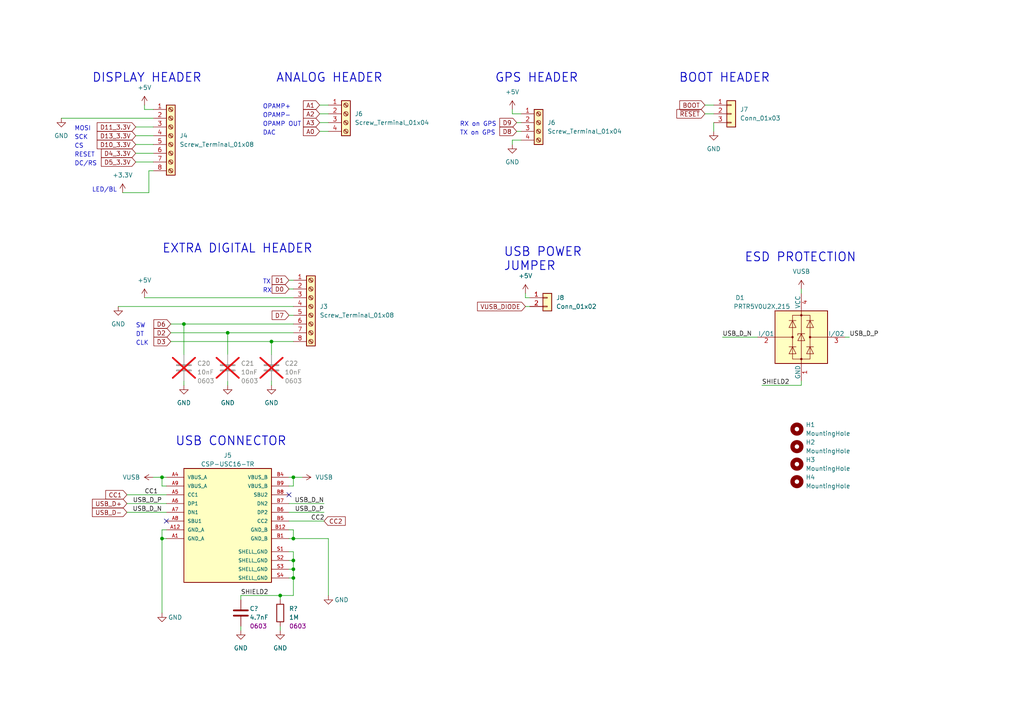
<source format=kicad_sch>
(kicad_sch (version 20230121) (generator eeschema)
  (paper "A4")
  (lib_symbols
    (symbol "CSP-USC16-TR:CSP-USC16-TR" (pin_names (offset 1.016))
      (property "Reference" "J5" (at 0 21.59 0))
      (property "Value" "CSP-USC16-TR" (at 0 19.05 0))
      (symbol "CSP-USC16-TR_0_0"
        (rectangle (start -12.7 15.24) (end 12.7 -17.78) (stroke (width 0.254)) (fill (type background)))
        (pin power_in line (at -17.78 -5.08 0) (length 5.08) (name "GND_A") (number "A1"))
        (pin power_in line (at -17.78 -2.54 0) (length 5.08) (name "GND_A") (number "A12"))
        (pin power_in line (at -17.78 12.7 0) (length 5.08) (name "VBUS_A") (number "A4"))
        (pin bidirectional line (at -17.78 7.62 0) (length 5.08) (name "CC1") (number "A5"))
        (pin bidirectional line (at -17.78 5.08 0) (length 5.08) (name "DP1") (number "A6"))
        (pin bidirectional line (at -17.78 2.54 0) (length 5.08) (name "DN1") (number "A7"))
        (pin bidirectional line (at -17.78 0 0) (length 5.08) (name "SBU1") (number "A8"))
        (pin power_in line (at -17.78 10.16 0) (length 5.08) (name "VBUS_A") (number "A9"))
        (pin power_in line (at 17.78 -5.08 180) (length 5.08) (name "GND_B") (number "B1"))
        (pin power_in line (at 17.78 -2.54 180) (length 5.08) (name "GND_B") (number "B12"))
        (pin power_in line (at 17.78 12.7 180) (length 5.08) (name "VBUS_B") (number "B4"))
        (pin bidirectional line (at 17.78 0 180) (length 5.08) (name "CC2") (number "B5"))
        (pin bidirectional line (at 17.78 2.54 180) (length 5.08) (name "DP2") (number "B6"))
        (pin bidirectional line (at 17.78 5.08 180) (length 5.08) (name "DN2") (number "B7"))
        (pin bidirectional line (at 17.78 7.62 180) (length 5.08) (name "SBU2") (number "B8"))
        (pin power_in line (at 17.78 10.16 180) (length 5.08) (name "VBUS_B") (number "B9"))
        (pin power_in line (at 17.78 -8.89 180) (length 5.08) (name "SHELL_GND") (number "S1"))
        (pin power_in line (at 17.78 -11.43 180) (length 5.08) (name "SHELL_GND") (number "S2"))
        (pin power_in line (at 17.78 -13.97 180) (length 5.08) (name "SHELL_GND") (number "S3"))
        (pin power_in line (at 17.78 -16.51 180) (length 5.08) (name "SHELL_GND") (number "S4"))
      )
    )
    (symbol "Connector:Screw_Terminal_01x04" (pin_names (offset 1.016) hide)
      (property "Reference" "J5" (at 2.54 0 0))
      (property "Value" "Screw_Terminal_01x04" (at 2.54 -2.54 0))
      (symbol "Screw_Terminal_01x04_1_1"
        (rectangle (start -1.27 3.81) (end 1.27 -6.35) (stroke (width 0.254)) (fill (type background)))
        (circle (center 0 -5.08) (radius 0.635) (stroke (width 0.1524)))
        (circle (center 0 -2.54) (radius 0.635) (stroke (width 0.1524)))
        (polyline (pts (xy -0.5334 -4.7498) (xy 0.3302 -5.588)) (stroke (width 0.1524)))
        (polyline (pts (xy -0.5334 -2.2098) (xy 0.3302 -3.048)) (stroke (width 0.1524)))
        (polyline (pts (xy -0.5334 0.3302) (xy 0.3302 -0.508)) (stroke (width 0.1524)))
        (polyline (pts (xy -0.5334 2.8702) (xy 0.3302 2.032)) (stroke (width 0.1524)))
        (polyline (pts (xy -0.3556 -4.572) (xy 0.508 -5.4102)) (stroke (width 0.1524)))
        (polyline (pts (xy -0.3556 -2.032) (xy 0.508 -2.8702)) (stroke (width 0.1524)))
        (polyline (pts (xy -0.3556 0.508) (xy 0.508 -0.3302)) (stroke (width 0.1524)))
        (polyline (pts (xy -0.3556 3.048) (xy 0.508 2.2098)) (stroke (width 0.1524)))
        (circle (center 0 0) (radius 0.635) (stroke (width 0.1524)))
        (circle (center 0 2.54) (radius 0.635) (stroke (width 0.1524)))
        (pin passive line (at -5.08 2.54 0) (length 3.81) (name "1") (number "1"))
        (pin passive line (at -5.08 0 0) (length 3.81) (name "2") (number "2"))
        (pin passive line (at -5.08 -2.54 0) (length 3.81) (name "3") (number "3"))
        (pin passive line (at -5.08 -5.08 0) (length 3.81) (name "4") (number "4"))
      )
    )
    (symbol "Connector:Screw_Terminal_01x08" (pin_names (offset 1.016) hide)
      (property "Reference" "J" (at 0 10.16 0))
      (property "Value" "Screw_Terminal_01x08" (at 0 -12.7 0))
      (symbol "Screw_Terminal_01x08_1_1"
        (rectangle (start -1.27 8.89) (end 1.27 -11.43) (stroke (width 0.254)) (fill (type background)))
        (circle (center 0 -10.16) (radius 0.635) (stroke (width 0.1524)))
        (circle (center 0 -7.62) (radius 0.635) (stroke (width 0.1524)))
        (circle (center 0 -5.08) (radius 0.635) (stroke (width 0.1524)))
        (circle (center 0 -2.54) (radius 0.635) (stroke (width 0.1524)))
        (polyline (pts (xy -0.5334 -9.8298) (xy 0.3302 -10.668)) (stroke (width 0.1524)))
        (polyline (pts (xy -0.5334 -7.2898) (xy 0.3302 -8.128)) (stroke (width 0.1524)))
        (polyline (pts (xy -0.5334 -4.7498) (xy 0.3302 -5.588)) (stroke (width 0.1524)))
        (polyline (pts (xy -0.5334 -2.2098) (xy 0.3302 -3.048)) (stroke (width 0.1524)))
        (polyline (pts (xy -0.5334 0.3302) (xy 0.3302 -0.508)) (stroke (width 0.1524)))
        (polyline (pts (xy -0.5334 2.8702) (xy 0.3302 2.032)) (stroke (width 0.1524)))
        (polyline (pts (xy -0.5334 5.4102) (xy 0.3302 4.572)) (stroke (width 0.1524)))
        (polyline (pts (xy -0.5334 7.9502) (xy 0.3302 7.112)) (stroke (width 0.1524)))
        (polyline (pts (xy -0.3556 -9.652) (xy 0.508 -10.4902)) (stroke (width 0.1524)))
        (polyline (pts (xy -0.3556 -7.112) (xy 0.508 -7.9502)) (stroke (width 0.1524)))
        (polyline (pts (xy -0.3556 -4.572) (xy 0.508 -5.4102)) (stroke (width 0.1524)))
        (polyline (pts (xy -0.3556 -2.032) (xy 0.508 -2.8702)) (stroke (width 0.1524)))
        (polyline (pts (xy -0.3556 0.508) (xy 0.508 -0.3302)) (stroke (width 0.1524)))
        (polyline (pts (xy -0.3556 3.048) (xy 0.508 2.2098)) (stroke (width 0.1524)))
        (polyline (pts (xy -0.3556 5.588) (xy 0.508 4.7498)) (stroke (width 0.1524)))
        (polyline (pts (xy -0.3556 8.128) (xy 0.508 7.2898)) (stroke (width 0.1524)))
        (circle (center 0 0) (radius 0.635) (stroke (width 0.1524)))
        (circle (center 0 2.54) (radius 0.635) (stroke (width 0.1524)))
        (circle (center 0 5.08) (radius 0.635) (stroke (width 0.1524)))
        (circle (center 0 7.62) (radius 0.635) (stroke (width 0.1524)))
        (pin passive line (at -5.08 7.62 0) (length 3.81) (name "Pin_1") (number "1"))
        (pin passive line (at -5.08 5.08 0) (length 3.81) (name "Pin_2") (number "2"))
        (pin passive line (at -5.08 2.54 0) (length 3.81) (name "Pin_3") (number "3"))
        (pin passive line (at -5.08 0 0) (length 3.81) (name "Pin_4") (number "4"))
        (pin passive line (at -5.08 -2.54 0) (length 3.81) (name "Pin_5") (number "5"))
        (pin passive line (at -5.08 -5.08 0) (length 3.81) (name "Pin_6") (number "6"))
        (pin passive line (at -5.08 -7.62 0) (length 3.81) (name "Pin_7") (number "7"))
        (pin passive line (at -5.08 -10.16 0) (length 3.81) (name "Pin_8") (number "8"))
      )
    )
    (symbol "Connector_Generic:Conn_01x02" (pin_names (offset 1.016) hide)
      (property "Reference" "J" (at 0 2.54 0))
      (property "Value" "Conn_01x02" (at 0 -5.08 0))
      (symbol "Conn_01x02_1_1"
        (rectangle (start -1.27 -2.413) (end 0 -2.667) (stroke (width 0.1524)))
        (rectangle (start -1.27 0.127) (end 0 -0.127) (stroke (width 0.1524)))
        (rectangle (start -1.27 1.27) (end 1.27 -3.81) (stroke (width 0.254)) (fill (type background)))
        (pin passive line (at -5.08 0 0) (length 3.81) (name "Pin_1") (number "1"))
        (pin passive line (at -5.08 -2.54 0) (length 3.81) (name "Pin_2") (number "2"))
      )
    )
    (symbol "Connector_Generic:Conn_01x03" (pin_names (offset 1.016) hide)
      (property "Reference" "J" (at 0 5.08 0))
      (property "Value" "Conn_01x03" (at 0 -5.08 0))
      (symbol "Conn_01x03_1_1"
        (rectangle (start -1.27 -2.413) (end 0 -2.667) (stroke (width 0.1524)))
        (rectangle (start -1.27 0.127) (end 0 -0.127) (stroke (width 0.1524)))
        (rectangle (start -1.27 2.667) (end 0 2.413) (stroke (width 0.1524)))
        (rectangle (start -1.27 3.81) (end 1.27 -3.81) (stroke (width 0.254)) (fill (type background)))
        (pin passive line (at -5.08 2.54 0) (length 3.81) (name "Pin_1") (number "1"))
        (pin passive line (at -5.08 0 0) (length 3.81) (name "Pin_2") (number "2"))
        (pin passive line (at -5.08 -2.54 0) (length 3.81) (name "Pin_3") (number "3"))
      )
    )
    (symbol "Device:C" (pin_numbers hide) (pin_names (offset 0.254))
      (property "Reference" "C" (at 0.635 2.54 0))
      (property "Value" "C" (at 0.635 -2.54 0))
      (symbol "C_0_1"
        (polyline (pts (xy -2.032 -0.762) (xy 2.032 -0.762)) (stroke (width 0.508)))
        (polyline (pts (xy -2.032 0.762) (xy 2.032 0.762)) (stroke (width 0.508)))
      )
      (symbol "C_1_1"
        (pin passive line (at 0 3.81 270) (length 2.794) (name "~") (number "1"))
        (pin passive line (at 0 -3.81 90) (length 2.794) (name "~") (number "2"))
      )
    )
    (symbol "Device:R" (pin_numbers hide) (pin_names (offset 0))
      (property "Reference" "R" (at 2.032 0 90))
      (property "Value" "R" (at 0 0 90))
      (symbol "R_0_1"
        (rectangle (start -1.016 -2.54) (end 1.016 2.54) (stroke (width 0.254)))
      )
      (symbol "R_1_1"
        (pin passive line (at 0 3.81 270) (length 1.27) (name "~") (number "1"))
        (pin passive line (at 0 -3.81 90) (length 1.27) (name "~") (number "2"))
      )
    )
    (symbol "Mechanical:MountingHole" (pin_names (offset 1.016))
      (property "Reference" "H" (at 0 5.08 0))
      (property "Value" "MountingHole" (at 0 3.175 0))
      (symbol "MountingHole_0_1"
        (circle (center 0 0) (radius 1.27) (stroke (width 1.27)))
      )
    )
    (symbol "Power_Protection:PRTR5V0U2X" (pin_names (offset 0))
      (property "Reference" "D" (at 2.794 8.636 0))
      (property "Value" "PRTR5V0U2X" (at 8.128 -9.398 0))
      (symbol "PRTR5V0U2X_0_1"
        (rectangle (start -7.62 -7.62) (end 7.62 7.62) (stroke (width 0.254)) (fill (type background)))
        (circle (center -2.54 0) (radius 0.254) (fill (type outline)))
        (rectangle (start -2.54 6.35) (end 2.54 -6.35))
        (circle (center 0 -6.35) (radius 0.254) (fill (type outline)))
        (polyline (pts (xy -2.54 0) (xy -7.62 0)))
        (polyline (pts (xy -1.524 -2.794) (xy -3.556 -2.794)))
        (polyline (pts (xy -1.524 4.826) (xy -3.556 4.826)))
        (polyline (pts (xy 0 -7.62) (xy 0 7.62)))
        (polyline (pts (xy 1.524 -2.794) (xy 3.556 -2.794)))
        (polyline (pts (xy 1.524 4.826) (xy 3.556 4.826)))
        (polyline (pts (xy 2.54 0) (xy 7.62 0)))
        (polyline (pts (xy 1.016 1.016) (xy -1.016 1.016) (xy -1.016 0.508)))
        (polyline (pts (xy -3.556 -4.826) (xy -1.524 -4.826) (xy -2.54 -2.794) (xy -3.556 -4.826)))
        (polyline (pts (xy -3.556 2.794) (xy -1.524 2.794) (xy -2.54 4.826) (xy -3.556 2.794)))
        (polyline (pts (xy -1.016 -1.016) (xy 1.016 -1.016) (xy 0 1.016) (xy -1.016 -1.016)))
        (polyline (pts (xy 3.556 -4.826) (xy 1.524 -4.826) (xy 2.54 -2.794) (xy 3.556 -4.826)))
        (polyline (pts (xy 3.556 2.794) (xy 1.524 2.794) (xy 2.54 4.826) (xy 3.556 2.794)))
        (circle (center 0 6.35) (radius 0.254) (fill (type outline)))
        (circle (center 2.54 0) (radius 0.254) (fill (type outline)))
      )
      (symbol "PRTR5V0U2X_1_1"
        (pin passive line (at 0 -12.7 90) (length 5.08) (name "GND") (number "1"))
        (pin passive line (at -12.7 0 0) (length 5.08) (name "I/O1") (number "2"))
        (pin passive line (at 12.7 0 180) (length 5.08) (name "I/O2") (number "3"))
        (pin passive line (at 0 12.7 270) (length 5.08) (name "VCC") (number "4"))
      )
    )
    (symbol "VUSB:VUSB" (power) (in_bom no) (on_board no)
      (property "Value" "VUSB" (at 6.35 -1.27 0))
      (symbol "VUSB_0_1"
        (polyline (pts (xy 5.588 -5.08) (xy 6.35 -3.81)))
        (polyline (pts (xy 6.35 -6.35) (xy 6.35 -3.81)))
        (polyline (pts (xy 6.35 -3.81) (xy 7.112 -5.08)))
      )
      (symbol "VUSB_1_1"
        (pin power_in line (at 6.35 -6.35 90) (length 0) hide (name "VUSB") (number "1"))
      )
    )
    (symbol "power:+3.3V" (power) (pin_names (offset 0))
      (property "Value" "+3.3V" (at 0 3.556 0))
      (symbol "+3.3V_0_1"
        (polyline (pts (xy -0.762 1.27) (xy 0 2.54)))
        (polyline (pts (xy 0 0) (xy 0 2.54)))
        (polyline (pts (xy 0 2.54) (xy 0.762 1.27)))
      )
      (symbol "+3.3V_1_1"
        (pin power_in line (at 0 0 90) (length 0) hide (name "+3.3V") (number "1"))
      )
    )
    (symbol "power:+5V" (power) (pin_names (offset 0))
      (property "Value" "+5V" (at 0 3.556 0))
      (symbol "+5V_0_1"
        (polyline (pts (xy -0.762 1.27) (xy 0 2.54)))
        (polyline (pts (xy 0 0) (xy 0 2.54)))
        (polyline (pts (xy 0 2.54) (xy 0.762 1.27)))
      )
      (symbol "+5V_1_1"
        (pin power_in line (at 0 0 90) (length 0) hide (name "+5V") (number "1"))
      )
    )
    (symbol "power:GND" (power) (pin_names (offset 0))
      (property "Value" "GND" (at 0 -3.81 0))
      (symbol "GND_0_1"
        (polyline (pts (xy 0 0) (xy 0 -1.27) (xy 1.27 -1.27) (xy 0 -2.54) (xy -1.27 -1.27) (xy 0 -1.27)))
      )
      (symbol "GND_1_1"
        (pin power_in line (at 0 0 270) (length 0) hide (name "GND") (number "1"))
      )
    )
  )
  (junction (at 46.99 156.21))
  (junction (at 81.28 172.72))
  (junction (at 85.09 162.56))
  (junction (at 53.34 93.98))
  (junction (at 46.99 138.43))
  (junction (at 85.09 167.64))
  (junction (at 85.09 156.21))
  (junction (at 85.09 165.1))
  (junction (at 78.74 99.06))
  (junction (at 85.09 138.43))
  (junction (at 66.04 96.52))
  (no_connect (at 83.82 143.51))
  (no_connect (at 48.26 151.13))
  (wire (pts (xy 39.37 39.37) (xy 44.45 39.37)))
  (wire (pts (xy 39.37 36.83) (xy 44.45 36.83)))
  (wire (pts (xy 53.34 93.98) (xy 85.09 93.98)))
  (wire (pts (xy 151.13 33.02) (xy 148.59 33.02)))
  (wire (pts (xy 66.04 110.49) (xy 66.04 111.76)))
  (wire (pts (xy 66.04 96.52) (xy 66.04 102.87)))
  (wire (pts (xy 81.28 181.61) (xy 81.28 182.88)))
  (wire (pts (xy 41.91 86.36) (xy 85.09 86.36)))
  (wire (pts (xy 46.99 156.21) (xy 48.26 156.21)))
  (wire (pts (xy 39.37 46.99) (xy 44.45 46.99)))
  (wire (pts (xy 69.85 172.72) (xy 69.85 173.99)))
  (wire (pts (xy 85.09 160.02) (xy 85.09 162.56)))
  (wire (pts (xy 53.34 93.98) (xy 53.34 102.87)))
  (wire (pts (xy 48.26 140.97) (xy 46.99 140.97)))
  (wire (pts (xy 85.09 140.97) (xy 85.09 138.43)))
  (wire (pts (xy 46.99 140.97) (xy 46.99 138.43)))
  (wire (pts (xy 48.26 146.05) (xy 36.83 146.05)))
  (wire (pts (xy 46.99 153.67) (xy 46.99 156.21)))
  (wire (pts (xy 66.04 96.52) (xy 85.09 96.52)))
  (wire (pts (xy 245.11 97.79) (xy 246.38 97.79)))
  (wire (pts (xy 207.01 35.56) (xy 207.01 38.1)))
  (wire (pts (xy 41.91 31.75) (xy 41.91 30.48)))
  (wire (pts (xy 78.74 110.49) (xy 78.74 111.76)))
  (wire (pts (xy 49.53 96.52) (xy 66.04 96.52)))
  (wire (pts (xy 81.28 172.72) (xy 69.85 172.72)))
  (wire (pts (xy 78.74 99.06) (xy 78.74 102.87)))
  (wire (pts (xy 93.98 146.05) (xy 83.82 146.05)))
  (wire (pts (xy 232.41 83.82) (xy 232.41 85.09)))
  (wire (pts (xy 148.59 33.02) (xy 148.59 31.75)))
  (wire (pts (xy 83.82 165.1) (xy 85.09 165.1)))
  (wire (pts (xy 53.34 110.49) (xy 53.34 111.76)))
  (wire (pts (xy 83.82 160.02) (xy 85.09 160.02)))
  (wire (pts (xy 83.82 167.64) (xy 85.09 167.64)))
  (wire (pts (xy 232.41 110.49) (xy 232.41 111.76)))
  (wire (pts (xy 152.4 88.9) (xy 153.67 88.9)))
  (wire (pts (xy 209.55 97.79) (xy 219.71 97.79)))
  (wire (pts (xy 92.71 38.1) (xy 95.25 38.1)))
  (wire (pts (xy 85.09 162.56) (xy 85.09 165.1)))
  (wire (pts (xy 85.09 153.67) (xy 85.09 156.21)))
  (wire (pts (xy 92.71 33.02) (xy 95.25 33.02)))
  (wire (pts (xy 93.98 148.59) (xy 83.82 148.59)))
  (wire (pts (xy 46.99 138.43) (xy 48.26 138.43)))
  (wire (pts (xy 44.45 138.43) (xy 46.99 138.43)))
  (wire (pts (xy 35.56 55.88) (xy 43.18 55.88)))
  (wire (pts (xy 83.82 138.43) (xy 85.09 138.43)))
  (wire (pts (xy 204.47 30.48) (xy 207.01 30.48)))
  (wire (pts (xy 48.26 148.59) (xy 36.83 148.59)))
  (wire (pts (xy 83.82 153.67) (xy 85.09 153.67)))
  (wire (pts (xy 85.09 165.1) (xy 85.09 167.64)))
  (wire (pts (xy 220.98 111.76) (xy 232.41 111.76)))
  (wire (pts (xy 39.37 44.45) (xy 44.45 44.45)))
  (wire (pts (xy 85.09 172.72) (xy 85.09 167.64)))
  (wire (pts (xy 207.01 33.02) (xy 204.47 33.02)))
  (wire (pts (xy 83.82 162.56) (xy 85.09 162.56)))
  (wire (pts (xy 153.67 86.36) (xy 152.4 86.36)))
  (wire (pts (xy 83.82 156.21) (xy 85.09 156.21)))
  (wire (pts (xy 148.59 40.64) (xy 148.59 41.91)))
  (wire (pts (xy 49.53 93.98) (xy 53.34 93.98)))
  (wire (pts (xy 34.29 88.9) (xy 85.09 88.9)))
  (wire (pts (xy 95.25 156.21) (xy 95.25 172.72)))
  (wire (pts (xy 78.74 99.06) (xy 85.09 99.06)))
  (wire (pts (xy 81.28 172.72) (xy 81.28 173.99)))
  (wire (pts (xy 83.82 81.28) (xy 85.09 81.28)))
  (wire (pts (xy 83.82 91.44) (xy 85.09 91.44)))
  (wire (pts (xy 17.78 34.29) (xy 44.45 34.29)))
  (wire (pts (xy 43.18 55.88) (xy 43.18 49.53)))
  (wire (pts (xy 83.82 140.97) (xy 85.09 140.97)))
  (wire (pts (xy 46.99 156.21) (xy 46.99 177.8)))
  (wire (pts (xy 36.83 143.51) (xy 48.26 143.51)))
  (wire (pts (xy 46.99 153.67) (xy 48.26 153.67)))
  (wire (pts (xy 39.37 41.91) (xy 44.45 41.91)))
  (wire (pts (xy 149.86 35.56) (xy 151.13 35.56)))
  (wire (pts (xy 43.18 49.53) (xy 44.45 49.53)))
  (wire (pts (xy 83.82 151.13) (xy 93.98 151.13)))
  (wire (pts (xy 92.71 30.48) (xy 95.25 30.48)))
  (wire (pts (xy 44.45 31.75) (xy 41.91 31.75)))
  (wire (pts (xy 149.86 38.1) (xy 151.13 38.1)))
  (wire (pts (xy 152.4 86.36) (xy 152.4 85.09)))
  (wire (pts (xy 49.53 99.06) (xy 78.74 99.06)))
  (wire (pts (xy 151.13 40.64) (xy 148.59 40.64)))
  (wire (pts (xy 81.28 172.72) (xy 85.09 172.72)))
  (wire (pts (xy 83.82 83.82) (xy 85.09 83.82)))
  (wire (pts (xy 92.71 35.56) (xy 95.25 35.56)))
  (wire (pts (xy 69.85 181.61) (xy 69.85 182.88)))
  (wire (pts (xy 85.09 156.21) (xy 95.25 156.21)))
  (wire (pts (xy 85.09 138.43) (xy 87.63 138.43)))
  (text "DC/RS\n" (at 21.59 48.26 0) (effects (font (size 1.27 1.27)) (justify left bottom)))
  (text "USB CONNECTOR\n" (at 50.8 129.54 0) (effects (font (size 2.54 2.54) (thickness 0.254) bold) (justify left bottom)))
  (text "RX" (at 76.2 85.09 0) (effects (font (size 1.27 1.27)) (justify left bottom)))
  (text "TX on GPS" (at 133.35 39.37 0) (effects (font (size 1.27 1.27)) (justify left bottom)))
  (text "DISPLAY HEADER" (at 26.67 24.13 0) (effects (font (size 2.54 2.54) (thickness 0.254) bold) (justify left bottom)))
  (text "DT" (at 39.37 97.79 0) (effects (font (size 1.27 1.27)) (justify left bottom)))
  (text "RX on GPS" (at 133.35 36.83 0) (effects (font (size 1.27 1.27)) (justify left bottom)))
  (text "GPS HEADER" (at 143.51 24.13 0) (effects (font (size 2.54 2.54) (thickness 0.254) bold) (justify left bottom)))
  (text "RESET" (at 21.59 45.72 0) (effects (font (size 1.27 1.27)) (justify left bottom)))
  (text "DAC\n" (at 76.2 39.37 0) (effects (font (size 1.27 1.27)) (justify left bottom)))
  (text "USB POWER\nJUMPER\n" (at 146.05 78.74 0) (effects (font (size 2.54 2.54) (thickness 0.254) bold) (justify left bottom)))
  (text "BOOT HEADER" (at 196.85 24.13 0) (effects (font (size 2.54 2.54) (thickness 0.254) bold) (justify left bottom)))
  (text "SCK\n" (at 21.59 40.64 0) (effects (font (size 1.27 1.27)) (justify left bottom)))
  (text "CLK" (at 39.37 100.33 0) (effects (font (size 1.27 1.27)) (justify left bottom)))
  (text "ANALOG HEADER" (at 80.01 24.13 0) (effects (font (size 2.54 2.54) (thickness 0.254) bold) (justify left bottom)))
  (text "OPAMP-\n" (at 76.2 34.29 0) (effects (font (size 1.27 1.27)) (justify left bottom)))
  (text "TX" (at 76.2 82.55 0) (effects (font (size 1.27 1.27)) (justify left bottom)))
  (text "CS" (at 21.59 43.18 0) (effects (font (size 1.27 1.27)) (justify left bottom)))
  (text "EXTRA DIGITAL HEADER" (at 46.99 73.66 0) (effects (font (size 2.54 2.54) (thickness 0.254) bold) (justify left bottom)))
  (text "ESD PROTECTION" (at 215.9 76.2 0) (effects (font (size 2.54 2.54) (thickness 0.254) bold) (justify left bottom)))
  (text "MOSI" (at 21.59 38.1 0) (effects (font (size 1.27 1.27)) (justify left bottom)))
  (text "OPAMP OUT\n" (at 76.2 36.83 0) (effects (font (size 1.27 1.27)) (justify left bottom)))
  (text "OPAMP+\n" (at 76.2 31.75 0) (effects (font (size 1.27 1.27)) (justify left bottom)))
  (text "LED/BL\n" (at 26.67 55.88 0) (effects (font (size 1.27 1.27)) (justify left bottom)))
  (text "SW" (at 39.37 95.25 0) (effects (font (size 1.27 1.27)) (justify left bottom)))
  (label "USB_D_N" (at 209.55 97.79 0))
  (label "USB_D_P" (at 93.98 148.59 180))
  (label "USB_D_P" (at 246.38 97.79 0))
  (label "USB_D_N" (at 46.99 148.59 180))
  (label "CC2" (at 90.17 151.13 0))
  (label "USB_D_N" (at 93.98 146.05 180))
  (label "SHIELD2" (at 69.85 172.72 0))
  (label "USB_D_P" (at 46.99 146.05 180))
  (label "SHIELD2" (at 220.98 111.76 0))
  (label "CC1" (at 41.91 143.51 0))
  (global_label "D7" (shape input) (at 83.82 91.44 180) (property "Intersheetrefs" "${INTERSHEET_REFS}" (effects hide)))
  (global_label "D9" (shape input) (at 149.86 35.56 180) (property "Intersheetrefs" "${INTERSHEET_REFS}" (effects hide)))
  (global_label "D2" (shape input) (at 49.53 96.52 180) (property "Intersheetrefs" "${INTERSHEET_REFS}" (effects hide)))
  (global_label "D8" (shape input) (at 149.86 38.1 180) (property "Intersheetrefs" "${INTERSHEET_REFS}" (effects hide)))
  (global_label "A2" (shape input) (at 92.71 33.02 180) (property "Intersheetrefs" "${INTERSHEET_REFS}" (effects hide)))
  (global_label "~{RESET}" (shape input) (at 204.47 33.02 180) (property "Intersheetrefs" "${INTERSHEET_REFS}" (effects hide)))
  (global_label "D6" (shape input) (at 49.53 93.98 180) (property "Intersheetrefs" "${INTERSHEET_REFS}" (effects hide)))
  (global_label "USB_D-" (shape input) (at 36.83 148.59 180) (property "Intersheetrefs" "${INTERSHEET_REFS}" (effects hide)))
  (global_label "CC1" (shape input) (at 36.83 143.51 180) (property "Intersheetrefs" "${INTERSHEET_REFS}" (effects hide)))
  (global_label "CC2" (shape input) (at 93.98 151.13 0) (property "Intersheetrefs" "${INTERSHEET_REFS}" (effects hide)))
  (global_label "D3" (shape input) (at 49.53 99.06 180) (property "Intersheetrefs" "${INTERSHEET_REFS}" (effects hide)))
  (global_label "BOOT" (shape input) (at 204.47 30.48 180) (property "Intersheetrefs" "${INTERSHEET_REFS}" (effects hide)))
  (global_label "D13_3.3V" (shape input) (at 39.37 39.37 180) (property "Intersheetrefs" "${INTERSHEET_REFS}" (effects hide)))
  (global_label "D10_3.3V" (shape input) (at 39.37 41.91 180) (property "Intersheetrefs" "${INTERSHEET_REFS}" (effects hide)))
  (global_label "D4_3.3V" (shape input) (at 39.37 44.45 180) (property "Intersheetrefs" "${INTERSHEET_REFS}" (effects hide)))
  (global_label "VUSB_DIODE" (shape input) (at 152.4 88.9 180) (property "Intersheetrefs" "${INTERSHEET_REFS}" (effects hide)))
  (global_label "D5_3.3V" (shape input) (at 39.37 46.99 180) (property "Intersheetrefs" "${INTERSHEET_REFS}" (effects hide)))
  (global_label "D1" (shape input) (at 83.82 81.28 180) (property "Intersheetrefs" "${INTERSHEET_REFS}" (effects hide)))
  (global_label "A3" (shape input) (at 92.71 35.56 180) (property "Intersheetrefs" "${INTERSHEET_REFS}" (effects hide)))
  (global_label "D0" (shape input) (at 83.82 83.82 180) (property "Intersheetrefs" "${INTERSHEET_REFS}" (effects hide)))
  (global_label "D11_3.3V" (shape input) (at 39.37 36.83 180) (property "Intersheetrefs" "${INTERSHEET_REFS}" (effects hide)))
  (global_label "A1" (shape input) (at 92.71 30.48 180) (property "Intersheetrefs" "${INTERSHEET_REFS}" (effects hide)))
  (global_label "USB_D+" (shape input) (at 36.83 146.05 180) (property "Intersheetrefs" "${INTERSHEET_REFS}" (effects hide)))
  (global_label "A0" (shape input) (at 92.71 38.1 180) (property "Intersheetrefs" "${INTERSHEET_REFS}" (effects hide)))
  (symbol (lib_id "power:GND") (at 34.29 88.9 0) (unit 1)
    (property "Reference" "#PWR062" (effects hide))
    (property "Value" "GND" (at 34.29 93.98 0))
    (instances (project "central_hub" (path "" (reference "#PWR062") (unit 1)) (path "" (reference "#PWR0122") (unit 1)) (path "" (reference "#PWR065") (unit 1))))
  )
  (symbol (lib_id "Mechanical:MountingHole") (at 231.14 134.62 0) (unit 1)
    (property "Reference" "H3" (at 233.68 133.35 0) (effects (justify left)))
    (property "Value" "MountingHole" (at 233.68 135.89 0) (effects (justify left)))
    (property "Footprint" "MountingHole:MountingHole_3mm" (effects hide))
  )
  (symbol (lib_id "power:+5V") (at 152.4 85.09 0) (unit 1)
    (property "Reference" "#PWR?" (effects hide))
    (property "Value" "+5V" (at 152.4 80.01 0))
    (instances (project "central_hub" (path "" (reference "#PWR?") (unit 1)) (path "" (reference "#PWR078") (unit 1))) (project "motor_board_pcb" (path "" (reference "#PWR?") (unit 1)) (path "" (reference "#PWR088") (unit 1))) (project "LocalDesign" (path "" (reference "#PWR?") (unit 1))))
  )
  (symbol (lib_id "power:+5V") (at 41.91 30.48 0) (unit 1)
    (property "Reference" "#PWR061" (effects hide))
    (property "Value" "+5V" (at 41.91 25.4 0))
    (instances (project "central_hub" (path "" (reference "#PWR061") (unit 1)) (path "" (reference "#PWR0121") (unit 1)) (path "" (reference "#PWR067") (unit 1))))
  )
  (symbol (lib_id "Connector:Screw_Terminal_01x08") (at 49.53 39.37 0) (unit 1)
    (property "Reference" "J4" (at 52.07 39.37 0) (effects (justify left)))
    (property "Value" "Screw_Terminal_01x08" (at 52.07 41.91 0) (effects (justify left)))
    (property "Footprint" "Connector_PinHeader_2.54mm:PinHeader_1x08_P2.54mm_Vertical" (effects hide))
  )
  (symbol (lib_id "power:GND") (at 95.25 172.72 0) (unit 1)
    (property "Reference" "#PWR?" (effects hide))
    (property "Value" "GND" (at 99.06 173.99 0))
    (instances (project "central_hub" (path "" (reference "#PWR?") (unit 1)) (path "" (reference "#PWR?") (unit 1)) (path "" (reference "#PWR063") (unit 1))) (project "motor_board_pcb" (path "" (reference "#PWR093") (unit 1))))
  )
  (symbol (lib_id "VUSB:VUSB") (at 93.98 132.08 270) (unit 1) (in_bom no) (on_board no)
    (property "Reference" "#PWR?" (effects hide))
    (property "Value" "VUSB" (at 91.44 138.43 90) (effects (justify left)))
    (instances (project "central_hub" (path "" (reference "#PWR?") (unit 1)) (path "" (reference "#PWR?") (unit 1)) (path "" (reference "#PWR066") (unit 1))) (project "motor_board_pcb" (path "" (reference "#PWR071") (unit 1))))
  )
  (symbol (lib_id "Device:C") (at 53.34 106.68 0) (unit 1) (dnp yes)
    (property "Reference" "C20" (at 57.15 105.41 0) (effects (justify left)))
    (property "Value" "10nF" (at 57.15 107.95 0) (effects (justify left)))
    (property "Footprint" "Capacitor_SMD:C_0603_1608Metric" (effects hide))
    (property "FP" "0603" (at 59.69 110.49 0))
  )
  (symbol (lib_id "Mechanical:MountingHole") (at 231.14 124.46 0) (unit 1)
    (property "Reference" "H1" (at 233.68 123.19 0) (effects (justify left)))
    (property "Value" "MountingHole" (at 233.68 125.73 0) (effects (justify left)))
    (property "Footprint" "MountingHole:MountingHole_3mm" (effects hide))
  )
  (symbol (lib_id "Connector_Generic:Conn_01x02") (at 158.75 86.36 0) (unit 1)
    (property "Reference" "J8" (at 161.29 86.36 0) (effects (justify left)))
    (property "Value" "Conn_01x02" (at 161.29 88.9 0) (effects (justify left)))
    (property "Footprint" "Connector_PinHeader_2.54mm:PinHeader_1x02_P2.54mm_Vertical" (effects hide))
  )
  (symbol (lib_id "Connector:Screw_Terminal_01x04") (at 100.33 33.02 0) (unit 1)
    (property "Reference" "J6" (at 102.87 33.02 0) (effects (justify left)))
    (property "Value" "Screw_Terminal_01x04" (at 102.87 35.56 0) (effects (justify left)))
    (property "Footprint" "Connector_PinHeader_2.54mm:PinHeader_1x04_P2.54mm_Vertical" (effects hide))
    (instances (project "central_hub" (path "" (reference "J6") (unit 1)) (path "" (reference "J14") (unit 1)) (path "" (reference "J6") (unit 1))))
  )
  (symbol (lib_id "Power_Protection:PRTR5V0U2X") (at 232.41 97.79 0) (unit 1)
    (property "Reference" "D1" (at 214.63 86.36 0))
    (property "Value" "PRTR5V0U2X,215" (at 220.98 88.9 0))
    (property "Footprint" "Package_TO_SOT_SMD:SOT-143" (effects hide))
    (property "Datasheet" "https://assets.nexperia.com/documents/data-sheet/PRTR5V0U2X.pdf" (effects hide))
    (instances (project "central_hub" (path "" (reference "D1") (unit 1)) (path "" (reference "D8") (unit 1)) (path "" (reference "D11") (unit 1))))
  )
  (symbol (lib_id "power:GND") (at 81.28 182.88 0) (unit 1)
    (property "Reference" "#PWR?" (effects hide))
    (property "Value" "GND" (at 81.28 187.96 0))
    (instances (project "central_hub" (path "" (reference "#PWR?") (unit 1)) (path "" (reference "#PWR?") (unit 1)) (path "" (reference "#PWR062") (unit 1))) (project "motor_board_pcb" (path "" (reference "#PWR070") (unit 1))))
  )
  (symbol (lib_id "Mechanical:MountingHole") (at 231.14 129.54 0) (unit 1)
    (property "Reference" "H2" (at 233.68 128.27 0) (effects (justify left)))
    (property "Value" "MountingHole" (at 233.68 130.81 0) (effects (justify left)))
    (property "Footprint" "MountingHole:MountingHole_3mm" (effects hide))
  )
  (symbol (lib_id "Device:C") (at 66.04 106.68 0) (unit 1) (dnp yes)
    (property "Reference" "C21" (at 69.85 105.41 0) (effects (justify left)))
    (property "Value" "10nF" (at 69.85 107.95 0) (effects (justify left)))
    (property "Footprint" "Capacitor_SMD:C_0603_1608Metric" (effects hide))
    (property "FP" "0603" (at 72.39 110.49 0))
  )
  (symbol (lib_id "Device:C") (at 78.74 106.68 0) (unit 1) (dnp yes)
    (property "Reference" "C22" (at 82.55 105.41 0) (effects (justify left)))
    (property "Value" "10nF" (at 82.55 107.95 0) (effects (justify left)))
    (property "Footprint" "Capacitor_SMD:C_0603_1608Metric" (effects hide))
    (property "FP" "0603" (at 85.09 110.49 0))
  )
  (symbol (lib_id "power:GND") (at 148.59 41.91 0) (unit 1)
    (property "Reference" "#PWR056" (effects hide))
    (property "Value" "GND" (at 148.59 46.99 0))
    (instances (project "central_hub" (path "" (reference "#PWR056") (unit 1)) (path "" (reference "#PWR0133") (unit 1)) (path "" (reference "#PWR080") (unit 1))))
  )
  (symbol (lib_id "VUSB:VUSB") (at 38.1 144.78 90) (unit 1) (in_bom no) (on_board no)
    (property "Reference" "#PWR?" (effects hide))
    (property "Value" "VUSB" (at 40.64 138.43 90) (effects (justify left)))
    (instances (project "central_hub" (path "" (reference "#PWR?") (unit 1)) (path "" (reference "#PWR?") (unit 1)) (path "" (reference "#PWR059") (unit 1))) (project "motor_board_pcb" (path "" (reference "#PWR084") (unit 1))))
  )
  (symbol (lib_id "Connector:Screw_Terminal_01x08") (at 90.17 88.9 0) (unit 1)
    (property "Reference" "J3" (at 92.71 88.9 0) (effects (justify left)))
    (property "Value" "Screw_Terminal_01x08" (at 92.71 91.44 0) (effects (justify left)))
    (property "Footprint" "Connector_PinHeader_2.54mm:PinHeader_1x08_P2.54mm_Vertical" (effects hide))
  )
  (symbol (lib_id "Device:R") (at 81.28 177.8 0) (unit 1)
    (property "Reference" "R?" (at 83.82 176.53 0) (effects (justify left)))
    (property "Value" "1M" (at 83.82 179.07 0) (effects (justify left)))
    (property "Footprint" "Resistor_SMD:R_0603_1608Metric" (effects hide))
    (property "FP" "0603" (at 86.36 181.61 0))
    (instances (project "central_hub" (path "" (reference "R?") (unit 1)) (path "" (reference "R?") (unit 1)) (path "" (reference "R21") (unit 1))) (project "motor_board_pcb" (path "" (reference "R30") (unit 1))))
  )
  (symbol (lib_id "power:GND") (at 69.85 182.88 0) (unit 1)
    (property "Reference" "#PWR?" (effects hide))
    (property "Value" "GND" (at 69.85 187.96 0))
    (instances (project "central_hub" (path "" (reference "#PWR?") (unit 1)) (path "" (reference "#PWR?") (unit 1)) (path "" (reference "#PWR061") (unit 1))) (project "motor_board_pcb" (path "" (reference "#PWR069") (unit 1))))
  )
  (symbol (lib_id "Connector_Generic:Conn_01x03") (at 212.09 33.02 0) (unit 1)
    (property "Reference" "J7" (at 214.63 31.75 0) (effects (justify left)))
    (property "Value" "Conn_01x03" (at 214.63 34.29 0) (effects (justify left)))
    (property "Footprint" "Connector_PinHeader_2.54mm:PinHeader_1x03_P2.54mm_Vertical" (effects hide))
  )
  (symbol (lib_id "power:+5V") (at 148.59 31.75 0) (unit 1)
    (property "Reference" "#PWR055" (effects hide))
    (property "Value" "+5V" (at 148.59 26.67 0))
    (instances (project "central_hub" (path "" (reference "#PWR055") (unit 1)) (path "" (reference "#PWR0132") (unit 1)) (path "" (reference "#PWR079") (unit 1))))
  )
  (symbol (lib_id "CSP-USC16-TR:CSP-USC16-TR") (at 66.04 151.13 0) (unit 1)
    (property "Reference" "J5" (at 66.04 132.08 0))
    (property "Value" "CSP-USC16-TR" (at 66.04 134.62 0))
    (property "Footprint" "~ALL:VALCON_CSP-USC16-TR" (effects hide))
    (property "MF" "Valcon" (effects hide))
    (property "MAXIMUM_PACKAGE_HEIGHT" "3.26 mm" (effects hide))
    (property "Package" "None" (effects hide))
    (property "Price" "None" (effects hide))
    (property "Check_prices" "https://www.snapeda.com/parts/CSP-USC16-TR/Valcon/view-part/?ref=eda" (effects hide))
    (property "STANDARD" "Manufacturer Recommendations" (effects hide))
    (property "PARTREV" "A0" (effects hide))
    (property "SnapEDA_Link" "https://www.snapeda.com/parts/CSP-USC16-TR/Valcon/view-part/?ref=snap" (effects hide))
    (property "MP" "CSP-USC16-TR" (effects hide))
    (property "Purchase-URL" "https://www.snapeda.com/api/url_track_click_mouser/?unipart_id=4783629&manufacturer=Valcon&part_name=CSP-USC16-TR&search_term=usb-c" (effects hide))
    (property "Description" "\nCSP-USC16-TR Valcon USB Type C Surface Mount PCB Socket\n" (effects hide))
    (property "Availability" "In Stock" (effects hide))
    (property "MANUFACTURER" "Valcon" (effects hide))
    (instances (project "central_hub" (path "" (reference "J5") (unit 1))) (project "motor_board_pcb" (path "" (reference "J11") (unit 1))))
  )
  (symbol (lib_id "Device:C") (at 69.85 177.8 180) (unit 1)
    (property "Reference" "C?" (at 72.39 176.53 0) (effects (justify right)))
    (property "Value" "4.7nF" (at 72.39 179.07 0) (effects (justify right)))
    (property "Footprint" "Capacitor_SMD:C_0603_1608Metric" (effects hide))
    (property "Voltage" "1kV" (effects hide))
    (property "FP" "0603" (at 74.93 181.61 0))
    (instances (project "central_hub" (path "" (reference "C?") (unit 1)) (path "" (reference "C?") (unit 1)) (path "" (reference "C23") (unit 1))) (project "motor_board_pcb" (path "" (reference "C31") (unit 1))))
  )
  (symbol (lib_id "power:+3.3V") (at 35.56 55.88 0) (unit 1)
    (property "Reference" "#PWR053" (effects hide))
    (property "Value" "+3.3V" (at 35.56 50.8 0))
    (instances (project "central_hub" (path "" (reference "#PWR053") (unit 1)) (path "" (reference "#PWR071") (unit 1)) (path "" (reference "#PWR069") (unit 1))) (project "motor_board_pcb" (path "" (reference "#PWR061") (unit 1))) (project "LocalDesign" (path "" (reference "#PWR07") (unit 1))))
  )
  (symbol (lib_id "power:GND") (at 17.78 34.29 0) (unit 1)
    (property "Reference" "#PWR062" (effects hide))
    (property "Value" "GND" (at 17.78 39.37 0))
    (instances (project "central_hub" (path "" (reference "#PWR062") (unit 1)) (path "" (reference "#PWR0122") (unit 1)) (path "" (reference "#PWR068") (unit 1))))
  )
  (symbol (lib_id "VUSB:VUSB") (at 226.06 77.47 0) (unit 1) (in_bom no) (on_board no)
    (property "Reference" "#PWR031" (effects hide))
    (property "Value" "VUSB" (at 232.41 78.74 0))
    (instances (project "central_hub" (path "" (reference "#PWR031") (unit 1)) (path "" (reference "#PWR074") (unit 1)) (path "" (reference "#PWR081") (unit 1))))
  )
  (symbol (lib_id "power:GND") (at 207.01 38.1 0) (unit 1)
    (property "Reference" "#PWR?" (effects hide))
    (property "Value" "GND" (at 207.01 43.18 0))
    (instances (project "central_hub" (path "" (reference "#PWR?") (unit 1)) (path "" (reference "#PWR?") (unit 1)) (path "" (reference "#PWR084") (unit 1))) (project "motor_board_pcb" (path "" (reference "#PWR092") (unit 1))))
  )
  (symbol (lib_id "Connector:Screw_Terminal_01x04") (at 156.21 35.56 0) (unit 1)
    (property "Reference" "J6" (at 158.75 35.56 0) (effects (justify left)))
    (property "Value" "Screw_Terminal_01x04" (at 158.75 38.1 0) (effects (justify left)))
    (property "Footprint" "Connector_PinHeader_2.54mm:PinHeader_1x04_P2.54mm_Vertical" (effects hide))
    (instances (project "central_hub" (path "" (reference "J6") (unit 1)) (path "" (reference "J14") (unit 1)) (path "" (reference "J9") (unit 1))))
  )
  (symbol (lib_id "power:GND") (at 66.04 111.76 0) (unit 1)
    (property "Reference" "#PWR062" (effects hide))
    (property "Value" "GND" (at 66.04 116.84 0))
    (instances (project "central_hub" (path "" (reference "#PWR062") (unit 1)) (path "" (reference "#PWR0122") (unit 1)) (path "" (reference "#PWR056") (unit 1))))
  )
  (symbol (lib_id "power:GND") (at 53.34 111.76 0) (unit 1)
    (property "Reference" "#PWR062" (effects hide))
    (property "Value" "GND" (at 53.34 116.84 0))
    (instances (project "central_hub" (path "" (reference "#PWR062") (unit 1)) (path "" (reference "#PWR0122") (unit 1)) (path "" (reference "#PWR052") (unit 1))))
  )
  (symbol (lib_id "power:GND") (at 78.74 111.76 0) (unit 1)
    (property "Reference" "#PWR062" (effects hide))
    (property "Value" "GND" (at 78.74 116.84 0))
    (instances (project "central_hub" (path "" (reference "#PWR062") (unit 1)) (path "" (reference "#PWR0122") (unit 1)) (path "" (reference "#PWR057") (unit 1))))
  )
  (symbol (lib_id "power:GND") (at 46.99 177.8 0) (unit 1)
    (property "Reference" "#PWR?" (effects hide))
    (property "Value" "GND" (at 50.8 179.07 0))
    (instances (project "central_hub" (path "" (reference "#PWR?") (unit 1)) (path "" (reference "#PWR?") (unit 1)) (path "" (reference "#PWR060") (unit 1))) (project "motor_board_pcb" (path "" (reference "#PWR082") (unit 1))))
  )
  (symbol (lib_id "power:+5V") (at 41.91 86.36 0) (unit 1)
    (property "Reference" "#PWR061" (effects hide))
    (property "Value" "+5V" (at 41.91 81.28 0))
    (instances (project "central_hub" (path "" (reference "#PWR061") (unit 1)) (path "" (reference "#PWR0121") (unit 1)) (path "" (reference "#PWR064") (unit 1))))
  )
  (symbol (lib_id "Mechanical:MountingHole") (at 231.14 139.7 0) (unit 1)
    (property "Reference" "H4" (at 233.68 138.43 0) (effects (justify left)))
    (property "Value" "MountingHole" (at 233.68 140.97 0) (effects (justify left)))
    (property "Footprint" "MountingHole:MountingHole_3mm" (effects hide))
  )
)
</source>
